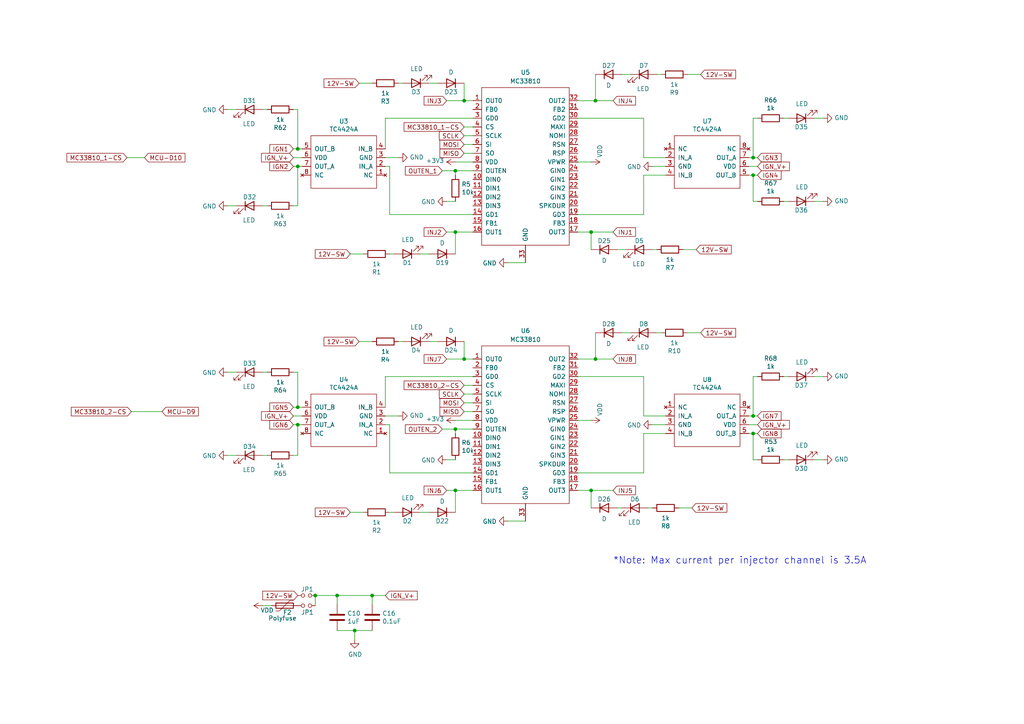
<source format=kicad_sch>
(kicad_sch (version 20230121) (generator eeschema)
  (paper "A4")
  (lib_symbols
    (symbol "AeonLabs_Automotive:MC33810" (pin_names (offset 1.016))
      (property "Reference" "U6" (at -12.7 41.021 0))
      (property "Value" "MC33810" (at -12.7 38.7096 0))
      (symbol "MC33810_0_0"
        (pin power_in line (at -12.7 -13.97 90) (length 5.08) (name "GND") (number "33"))
      )
      (symbol "MC33810_0_1"
        (rectangle (start -25.4 36.83) (end 0 -8.89))
      )
      (symbol "MC33810_1_1"
        (pin output line (at -27.94 33.02 0) (length 2.54) (name "OUT0") (number "1"))
        (pin input line (at -27.94 10.16 0) (length 2.54) (name "DIN0") (number "10"))
        (pin input line (at -27.94 7.62 0) (length 2.54) (name "DIN1") (number "11"))
        (pin input line (at -27.94 5.08 0) (length 2.54) (name "DIN2") (number "12"))
        (pin input line (at -27.94 2.54 0) (length 2.54) (name "DIN3") (number "13"))
        (pin output line (at -27.94 0 0) (length 2.54) (name "GD1") (number "14"))
        (pin input line (at -27.94 -2.54 0) (length 2.54) (name "FB1") (number "15"))
        (pin output line (at -27.94 -5.08 0) (length 2.54) (name "OUT1") (number "16"))
        (pin output line (at 2.54 -5.08 180) (length 2.54) (name "OUT3") (number "17"))
        (pin input line (at 2.54 -2.54 180) (length 2.54) (name "FB3") (number "18"))
        (pin output line (at 2.54 0 180) (length 2.54) (name "GD3") (number "19"))
        (pin input line (at -27.94 30.48 0) (length 2.54) (name "FB0") (number "2"))
        (pin output line (at 2.54 2.54 180) (length 2.54) (name "SPKDUR") (number "20"))
        (pin input line (at 2.54 5.08 180) (length 2.54) (name "GIN3") (number "21"))
        (pin input line (at 2.54 7.62 180) (length 2.54) (name "GIN2") (number "22"))
        (pin input line (at 2.54 10.16 180) (length 2.54) (name "GIN1") (number "23"))
        (pin input line (at 2.54 12.7 180) (length 2.54) (name "GIN0") (number "24"))
        (pin power_in line (at 2.54 15.24 180) (length 2.54) (name "VPWR") (number "25"))
        (pin input line (at 2.54 17.78 180) (length 2.54) (name "RSP") (number "26"))
        (pin input line (at 2.54 20.32 180) (length 2.54) (name "RSN") (number "27"))
        (pin output line (at 2.54 22.86 180) (length 2.54) (name "NOMI") (number "28"))
        (pin output line (at 2.54 25.4 180) (length 2.54) (name "MAXI") (number "29"))
        (pin output line (at -27.94 27.94 0) (length 2.54) (name "GD0") (number "3"))
        (pin output line (at 2.54 27.94 180) (length 2.54) (name "GD2") (number "30"))
        (pin input line (at 2.54 30.48 180) (length 2.54) (name "FB2") (number "31"))
        (pin output line (at 2.54 33.02 180) (length 2.54) (name "OUT2") (number "32"))
        (pin input line (at -27.94 25.4 0) (length 2.54) (name "CS") (number "4"))
        (pin input line (at -27.94 22.86 0) (length 2.54) (name "SCLK") (number "5"))
        (pin input line (at -27.94 20.32 0) (length 2.54) (name "SI") (number "6"))
        (pin output line (at -27.94 17.78 0) (length 2.54) (name "SO") (number "7"))
        (pin input line (at -27.94 15.24 0) (length 2.54) (name "VDD") (number "8"))
        (pin input line (at -27.94 12.7 0) (length 2.54) (name "OUTEN") (number "9"))
      )
    )
    (symbol "Device:C" (pin_numbers hide) (pin_names (offset 0.254))
      (property "Reference" "C" (at 0.635 2.54 0))
      (property "Value" "C" (at 0.635 -2.54 0))
      (symbol "C_0_1"
        (polyline (pts (xy -2.032 -0.762) (xy 2.032 -0.762)) (stroke (width 0.508)))
        (polyline (pts (xy -2.032 0.762) (xy 2.032 0.762)) (stroke (width 0.508)))
      )
      (symbol "C_1_1"
        (pin passive line (at 0 3.81 270) (length 2.794) (name "~") (number "1"))
        (pin passive line (at 0 -3.81 90) (length 2.794) (name "~") (number "2"))
      )
    )
    (symbol "Device:D" (pin_numbers hide) (pin_names (offset 1.016) hide)
      (property "Reference" "D" (at 0 2.54 0))
      (property "Value" "D" (at 0 -2.54 0))
      (symbol "D_0_1"
        (polyline (pts (xy -1.27 1.27) (xy -1.27 -1.27)) (stroke (width 0.254)))
        (polyline (pts (xy 1.27 0) (xy -1.27 0)))
        (polyline (pts (xy 1.27 1.27) (xy 1.27 -1.27) (xy -1.27 0) (xy 1.27 1.27)) (stroke (width 0.254)))
      )
      (symbol "D_1_1"
        (pin passive line (at -3.81 0 0) (length 2.54) (name "K") (number "1"))
        (pin passive line (at 3.81 0 180) (length 2.54) (name "A") (number "2"))
      )
    )
    (symbol "Device:Jumper_NO_Small" (pin_numbers hide) (pin_names (offset 0.762) hide)
      (property "Reference" "JP" (at 0 2.032 0))
      (property "Value" "Device_Jumper_NO_Small" (at 0.254 -1.524 0))
      (symbol "Jumper_NO_Small_0_1"
        (circle (center -1.016 0) (radius 0.508))
        (circle (center 1.016 0) (radius 0.508))
        (pin passive line (at -2.54 0 0) (length 1.016) (name "1") (number "1"))
        (pin passive line (at 2.54 0 180) (length 1.016) (name "2") (number "2"))
      )
    )
    (symbol "Device:LED" (pin_numbers hide) (pin_names (offset 1.016) hide)
      (property "Reference" "D" (at 0 2.54 0))
      (property "Value" "LED" (at 0 -2.54 0))
      (symbol "LED_0_1"
        (polyline (pts (xy -1.27 -1.27) (xy -1.27 1.27)) (stroke (width 0.254)))
        (polyline (pts (xy -1.27 0) (xy 1.27 0)))
        (polyline (pts (xy 1.27 -1.27) (xy 1.27 1.27) (xy -1.27 0) (xy 1.27 -1.27)) (stroke (width 0.254)))
        (polyline (pts (xy -3.048 -0.762) (xy -4.572 -2.286) (xy -3.81 -2.286) (xy -4.572 -2.286) (xy -4.572 -1.524)))
        (polyline (pts (xy -1.778 -0.762) (xy -3.302 -2.286) (xy -2.54 -2.286) (xy -3.302 -2.286) (xy -3.302 -1.524)))
      )
      (symbol "LED_1_1"
        (pin passive line (at -3.81 0 0) (length 2.54) (name "K") (number "1"))
        (pin passive line (at 3.81 0 180) (length 2.54) (name "A") (number "2"))
      )
    )
    (symbol "Device:Polyfuse" (pin_numbers hide) (pin_names (offset 0))
      (property "Reference" "F" (at -2.54 0 90))
      (property "Value" "Polyfuse" (at 2.54 0 90))
      (symbol "Polyfuse_0_1"
        (rectangle (start -0.762 2.54) (end 0.762 -2.54) (stroke (width 0.254)))
        (polyline (pts (xy 0 2.54) (xy 0 -2.54)))
        (polyline (pts (xy -1.524 2.54) (xy -1.524 1.524) (xy 1.524 -1.524) (xy 1.524 -2.54)))
      )
      (symbol "Polyfuse_1_1"
        (pin passive line (at 0 3.81 270) (length 1.27) (name "~") (number "1"))
        (pin passive line (at 0 -3.81 90) (length 1.27) (name "~") (number "2"))
      )
    )
    (symbol "Device:R" (pin_numbers hide) (pin_names (offset 0))
      (property "Reference" "R" (at 2.032 0 90))
      (property "Value" "R" (at 0 0 90))
      (symbol "R_0_1"
        (rectangle (start -1.016 -2.54) (end 1.016 2.54) (stroke (width 0.254)))
      )
      (symbol "R_1_1"
        (pin passive line (at 0 3.81 270) (length 1.27) (name "~") (number "1"))
        (pin passive line (at 0 -3.81 90) (length 1.27) (name "~") (number "2"))
      )
    )
    (symbol "IC_Automotive:TC4424A" (pin_names (offset 1.016))
      (property "Reference" "U" (at -7.62 38.1 0))
      (property "Value" "TC4424A" (at -15.24 38.1 0))
      (symbol "TC4424A_0_1"
        (rectangle (start -25.4 36.83) (end -6.35 21.59))
      )
      (symbol "TC4424A_1_1"
        (pin no_connect line (at -27.94 33.02 0) (length 2.54) (name "NC") (number "1"))
        (pin input line (at -27.94 30.48 0) (length 2.54) (name "IN_A") (number "2"))
        (pin power_in line (at -27.94 27.94 0) (length 2.54) (name "GND") (number "3"))
        (pin input line (at -27.94 25.4 0) (length 2.54) (name "IN_B") (number "4"))
        (pin input line (at -3.81 25.4 180) (length 2.54) (name "OUT_B") (number "5"))
        (pin power_in line (at -3.81 27.94 180) (length 2.54) (name "VDD") (number "6"))
        (pin output line (at -3.81 30.48 180) (length 2.54) (name "OUT_A") (number "7"))
        (pin no_connect line (at -3.81 33.02 180) (length 2.54) (name "NC") (number "8"))
      )
    )
    (symbol "power:+3V3" (power) (pin_names (offset 0))
      (property "Value" "+3V3" (at 0 3.556 0))
      (symbol "+3V3_0_1"
        (polyline (pts (xy -0.762 1.27) (xy 0 2.54)))
        (polyline (pts (xy 0 0) (xy 0 2.54)))
        (polyline (pts (xy 0 2.54) (xy 0.762 1.27)))
      )
      (symbol "+3V3_1_1"
        (pin power_in line (at 0 0 90) (length 0) hide (name "+3V3") (number "1"))
      )
    )
    (symbol "power:GND" (power) (pin_names (offset 0))
      (property "Value" "GND" (at 0 -3.81 0))
      (symbol "GND_0_1"
        (polyline (pts (xy 0 0) (xy 0 -1.27) (xy 1.27 -1.27) (xy 0 -2.54) (xy -1.27 -1.27) (xy 0 -1.27)))
      )
      (symbol "GND_1_1"
        (pin power_in line (at 0 0 270) (length 0) hide (name "GND") (number "1"))
      )
    )
    (symbol "power:VDD" (power) (pin_names (offset 0))
      (property "Value" "VDD" (at 0 3.81 0))
      (symbol "VDD_0_1"
        (polyline (pts (xy -0.762 1.27) (xy 0 2.54)))
        (polyline (pts (xy 0 0) (xy 0 2.54)))
        (polyline (pts (xy 0 2.54) (xy 0.762 1.27)))
      )
      (symbol "VDD_1_1"
        (pin power_in line (at 0 0 90) (length 0) hide (name "VDD") (number "1"))
      )
    )
  )
  (junction (at 218.44 50.8))
  (junction (at 132.08 142.24))
  (junction (at 134.62 104.14))
  (junction (at 97.79 172.72))
  (junction (at 134.62 29.21))
  (junction (at 91.44 172.72))
  (junction (at 218.44 45.72))
  (junction (at 86.36 118.11))
  (junction (at 171.45 67.31))
  (junction (at 86.36 48.26))
  (junction (at 86.36 123.19))
  (junction (at 218.44 120.65))
  (junction (at 102.87 182.88))
  (junction (at 107.95 172.72))
  (junction (at 132.08 49.53))
  (junction (at 132.08 67.31))
  (junction (at 86.36 43.18))
  (junction (at 172.72 29.21))
  (junction (at 171.45 142.24))
  (junction (at 172.72 104.14))
  (junction (at 218.44 125.73))
  (junction (at 132.08 124.46))
  (wire (pts (xy 86.36 132.08) (xy 86.36 123.19)))
  (wire (pts (xy 186.69 45.72) (xy 186.69 34.29)))
  (wire (pts (xy 227.33 133.35) (xy 228.6 133.35)))
  (wire (pts (xy 218.44 45.72) (xy 217.17 45.72)))
  (wire (pts (xy 85.09 48.26) (xy 86.36 48.26)))
  (wire (pts (xy 218.44 109.22) (xy 219.71 109.22)))
  (wire (pts (xy 132.08 142.24) (xy 137.16 142.24)))
  (wire (pts (xy 121.92 73.66) (xy 124.46 73.66)))
  (wire (pts (xy 113.03 62.23) (xy 137.16 62.23)))
  (wire (pts (xy 113.03 137.16) (xy 137.16 137.16)))
  (wire (pts (xy 46.99 119.38) (xy 38.1 119.38)))
  (wire (pts (xy 218.44 34.29) (xy 218.44 45.72)))
  (wire (pts (xy 132.08 73.66) (xy 132.08 67.31)))
  (wire (pts (xy 227.33 34.29) (xy 228.6 34.29)))
  (wire (pts (xy 238.76 58.42) (xy 236.22 58.42)))
  (wire (pts (xy 77.47 132.08) (xy 76.2 132.08)))
  (wire (pts (xy 134.62 114.3) (xy 137.16 114.3)))
  (wire (pts (xy 86.36 59.69) (xy 85.09 59.69)))
  (wire (pts (xy 134.62 99.06) (xy 134.62 104.14)))
  (wire (pts (xy 127 24.13) (xy 124.46 24.13)))
  (wire (pts (xy 128.27 49.53) (xy 132.08 49.53)))
  (wire (pts (xy 66.04 107.95) (xy 68.58 107.95)))
  (wire (pts (xy 193.04 45.72) (xy 186.69 45.72)))
  (wire (pts (xy 218.44 109.22) (xy 218.44 120.65)))
  (wire (pts (xy 218.44 125.73) (xy 219.71 125.73)))
  (wire (pts (xy 227.33 58.42) (xy 228.6 58.42)))
  (wire (pts (xy 129.54 142.24) (xy 132.08 142.24)))
  (wire (pts (xy 171.45 72.39) (xy 171.45 67.31)))
  (wire (pts (xy 134.62 111.76) (xy 137.16 111.76)))
  (wire (pts (xy 218.44 133.35) (xy 219.71 133.35)))
  (wire (pts (xy 186.69 120.65) (xy 186.69 109.22)))
  (wire (pts (xy 171.45 67.31) (xy 167.64 67.31)))
  (wire (pts (xy 186.69 34.29) (xy 167.64 34.29)))
  (wire (pts (xy 218.44 58.42) (xy 218.44 50.8)))
  (wire (pts (xy 191.77 21.59) (xy 190.5 21.59)))
  (wire (pts (xy 111.76 34.29) (xy 111.76 43.18)))
  (wire (pts (xy 115.57 45.72) (xy 111.76 45.72)))
  (wire (pts (xy 171.45 46.99) (xy 167.64 46.99)))
  (wire (pts (xy 134.62 29.21) (xy 137.16 29.21)))
  (wire (pts (xy 113.03 148.59) (xy 114.3 148.59)))
  (wire (pts (xy 86.36 31.75) (xy 85.09 31.75)))
  (wire (pts (xy 171.45 121.92) (xy 167.64 121.92)))
  (wire (pts (xy 85.09 123.19) (xy 86.36 123.19)))
  (wire (pts (xy 193.04 125.73) (xy 186.69 125.73)))
  (wire (pts (xy 203.2 96.52) (xy 199.39 96.52)))
  (wire (pts (xy 86.36 118.11) (xy 87.63 118.11)))
  (wire (pts (xy 115.57 120.65) (xy 111.76 120.65)))
  (wire (pts (xy 189.23 48.26) (xy 193.04 48.26)))
  (wire (pts (xy 134.62 104.14) (xy 137.16 104.14)))
  (wire (pts (xy 107.95 182.88) (xy 102.87 182.88)))
  (wire (pts (xy 193.04 120.65) (xy 186.69 120.65)))
  (wire (pts (xy 91.44 172.72) (xy 91.44 175.6664)))
  (wire (pts (xy 201.93 72.39) (xy 198.12 72.39)))
  (wire (pts (xy 132.08 148.59) (xy 132.08 142.24)))
  (wire (pts (xy 86.36 132.08) (xy 85.09 132.08)))
  (wire (pts (xy 167.64 104.14) (xy 172.72 104.14)))
  (wire (pts (xy 186.69 109.22) (xy 167.64 109.22)))
  (wire (pts (xy 77.47 31.75) (xy 76.2 31.75)))
  (wire (pts (xy 172.72 29.21) (xy 177.8 29.21)))
  (wire (pts (xy 238.76 109.22) (xy 236.22 109.22)))
  (wire (pts (xy 36.83 45.72) (xy 41.91 45.72)))
  (wire (pts (xy 134.62 116.84) (xy 137.16 116.84)))
  (wire (pts (xy 186.69 62.23) (xy 167.64 62.23)))
  (wire (pts (xy 129.54 67.31) (xy 132.08 67.31)))
  (wire (pts (xy 171.45 142.24) (xy 167.64 142.24)))
  (wire (pts (xy 132.08 124.46) (xy 137.16 124.46)))
  (wire (pts (xy 97.79 175.26) (xy 97.79 172.72)))
  (wire (pts (xy 180.34 21.59) (xy 182.88 21.59)))
  (wire (pts (xy 137.16 34.29) (xy 111.76 34.29)))
  (wire (pts (xy 218.44 125.73) (xy 218.44 133.35)))
  (wire (pts (xy 101.6 148.59) (xy 105.41 148.59)))
  (wire (pts (xy 218.44 58.42) (xy 219.71 58.42)))
  (wire (pts (xy 86.36 48.26) (xy 87.63 48.26)))
  (wire (pts (xy 111.76 172.72) (xy 107.95 172.72)))
  (wire (pts (xy 186.69 125.73) (xy 186.69 137.16)))
  (wire (pts (xy 167.64 29.21) (xy 172.72 29.21)))
  (wire (pts (xy 191.77 96.52) (xy 190.5 96.52)))
  (wire (pts (xy 85.09 45.72) (xy 87.63 45.72)))
  (wire (pts (xy 172.72 21.59) (xy 172.72 29.21)))
  (wire (pts (xy 189.23 147.32) (xy 187.96 147.32)))
  (wire (pts (xy 107.95 172.72) (xy 97.79 172.72)))
  (wire (pts (xy 219.71 48.26) (xy 217.17 48.26)))
  (wire (pts (xy 134.62 44.45) (xy 137.16 44.45)))
  (wire (pts (xy 172.72 104.14) (xy 177.8 104.14)))
  (wire (pts (xy 76.2 175.6664) (xy 78.74 175.6664)))
  (wire (pts (xy 101.6 73.66) (xy 105.41 73.66)))
  (wire (pts (xy 172.72 96.52) (xy 172.72 104.14)))
  (wire (pts (xy 132.08 49.53) (xy 137.16 49.53)))
  (wire (pts (xy 218.44 50.8) (xy 219.71 50.8)))
  (wire (pts (xy 218.44 120.65) (xy 217.17 120.65)))
  (wire (pts (xy 86.36 59.69) (xy 86.36 48.26)))
  (wire (pts (xy 111.76 123.19) (xy 113.03 123.19)))
  (wire (pts (xy 86.36 31.75) (xy 86.36 43.18)))
  (wire (pts (xy 102.87 185.42) (xy 102.87 182.88)))
  (wire (pts (xy 179.07 72.39) (xy 181.61 72.39)))
  (wire (pts (xy 132.08 125.73) (xy 132.08 124.46)))
  (wire (pts (xy 193.04 50.8) (xy 186.69 50.8)))
  (wire (pts (xy 104.14 24.13) (xy 107.95 24.13)))
  (wire (pts (xy 77.47 107.95) (xy 76.2 107.95)))
  (wire (pts (xy 134.62 41.91) (xy 137.16 41.91)))
  (wire (pts (xy 129.54 133.35) (xy 132.08 133.35)))
  (wire (pts (xy 85.09 43.18) (xy 86.36 43.18)))
  (wire (pts (xy 113.03 123.19) (xy 113.03 137.16)))
  (wire (pts (xy 132.08 46.99) (xy 137.16 46.99)))
  (wire (pts (xy 217.17 50.8) (xy 218.44 50.8)))
  (wire (pts (xy 85.09 118.11) (xy 86.36 118.11)))
  (wire (pts (xy 66.04 132.08) (xy 68.58 132.08)))
  (wire (pts (xy 238.76 34.29) (xy 236.22 34.29)))
  (wire (pts (xy 219.71 45.72) (xy 218.44 45.72)))
  (wire (pts (xy 177.8 142.24) (xy 171.45 142.24)))
  (wire (pts (xy 134.62 39.37) (xy 137.16 39.37)))
  (wire (pts (xy 238.76 133.35) (xy 236.22 133.35)))
  (wire (pts (xy 186.69 50.8) (xy 186.69 62.23)))
  (wire (pts (xy 218.44 34.29) (xy 219.71 34.29)))
  (wire (pts (xy 86.36 123.19) (xy 87.63 123.19)))
  (wire (pts (xy 128.27 124.46) (xy 132.08 124.46)))
  (wire (pts (xy 129.54 58.42) (xy 132.08 58.42)))
  (wire (pts (xy 179.07 147.32) (xy 180.34 147.32)))
  (wire (pts (xy 227.33 109.22) (xy 228.6 109.22)))
  (wire (pts (xy 66.04 31.75) (xy 68.58 31.75)))
  (wire (pts (xy 97.79 172.72) (xy 91.44 172.72)))
  (wire (pts (xy 86.36 107.95) (xy 86.36 118.11)))
  (wire (pts (xy 132.08 121.92) (xy 137.16 121.92)))
  (wire (pts (xy 200.66 147.32) (xy 196.85 147.32)))
  (wire (pts (xy 111.76 109.22) (xy 111.76 118.11)))
  (wire (pts (xy 134.62 119.38) (xy 137.16 119.38)))
  (wire (pts (xy 104.14 99.06) (xy 107.95 99.06)))
  (wire (pts (xy 132.08 67.31) (xy 137.16 67.31)))
  (wire (pts (xy 147.32 76.2) (xy 152.4 76.2)))
  (wire (pts (xy 115.57 24.13) (xy 116.84 24.13)))
  (wire (pts (xy 129.54 104.14) (xy 134.62 104.14)))
  (wire (pts (xy 113.03 73.66) (xy 114.3 73.66)))
  (wire (pts (xy 113.03 48.26) (xy 111.76 48.26)))
  (wire (pts (xy 115.57 99.06) (xy 116.84 99.06)))
  (wire (pts (xy 180.34 96.52) (xy 182.88 96.52)))
  (wire (pts (xy 217.17 125.73) (xy 218.44 125.73)))
  (wire (pts (xy 85.09 120.65) (xy 87.63 120.65)))
  (wire (pts (xy 219.71 123.19) (xy 217.17 123.19)))
  (wire (pts (xy 171.45 147.32) (xy 171.45 142.24)))
  (wire (pts (xy 124.46 148.59) (xy 121.92 148.59)))
  (wire (pts (xy 77.47 59.69) (xy 76.2 59.69)))
  (wire (pts (xy 203.2 21.59) (xy 199.39 21.59)))
  (wire (pts (xy 86.36 107.95) (xy 85.09 107.95)))
  (wire (pts (xy 147.32 151.13) (xy 152.4 151.13)))
  (wire (pts (xy 86.36 43.18) (xy 87.63 43.18)))
  (wire (pts (xy 134.62 24.13) (xy 134.62 29.21)))
  (wire (pts (xy 129.54 29.21) (xy 134.62 29.21)))
  (wire (pts (xy 190.5 72.39) (xy 189.23 72.39)))
  (wire (pts (xy 66.04 59.69) (xy 68.58 59.69)))
  (wire (pts (xy 113.03 62.23) (xy 113.03 48.26)))
  (wire (pts (xy 177.8 67.31) (xy 171.45 67.31)))
  (wire (pts (xy 219.71 120.65) (xy 218.44 120.65)))
  (wire (pts (xy 186.69 137.16) (xy 167.64 137.16)))
  (wire (pts (xy 132.08 50.8) (xy 132.08 49.53)))
  (wire (pts (xy 124.46 99.06) (xy 127 99.06)))
  (wire (pts (xy 107.95 175.26) (xy 107.95 172.72)))
  (wire (pts (xy 137.16 109.22) (xy 111.76 109.22)))
  (wire (pts (xy 102.87 182.88) (xy 97.79 182.88)))
  (wire (pts (xy 189.23 123.19) (xy 193.04 123.19)))
  (wire (pts (xy 134.62 36.83) (xy 137.16 36.83)))
  (text "*Note: Max current per injector channel is 3.5A" (at 177.8 163.83 0) (effects (font (size 2.0066 2.0066)) (justify left bottom)))
  (global_label "IGN_V+" (shape input) (at 85.09 45.72 180) (property "Intersheetrefs" "${INTERSHEET_REFS}" (effects hide)))
  (global_label "SCLK" (shape input) (at 134.62 114.3 180) (property "Intersheetrefs" "${INTERSHEET_REFS}" (effects hide)))
  (global_label "IGN2" (shape input) (at 85.09 48.26 180) (property "Intersheetrefs" "${INTERSHEET_REFS}" (effects hide)))
  (global_label "12V-SW" (shape input) (at 104.14 99.06 180) (property "Intersheetrefs" "${INTERSHEET_REFS}" (effects hide)))
  (global_label "MISO" (shape input) (at 134.62 44.45 180) (property "Intersheetrefs" "${INTERSHEET_REFS}" (effects hide)))
  (global_label "INJ3" (shape input) (at 129.54 29.21 180) (property "Intersheetrefs" "${INTERSHEET_REFS}" (effects hide)))
  (global_label "IGN4" (shape input) (at 219.71 50.8 0) (property "Intersheetrefs" "${INTERSHEET_REFS}" (effects hide)))
  (global_label "INJ7" (shape input) (at 129.54 104.14 180) (property "Intersheetrefs" "${INTERSHEET_REFS}" (effects hide)))
  (global_label "IGN5" (shape input) (at 85.09 118.11 180) (property "Intersheetrefs" "${INTERSHEET_REFS}" (effects hide)))
  (global_label "12V-SW" (shape input) (at 86.36 172.72 180) (property "Intersheetrefs" "${INTERSHEET_REFS}" (effects hide)))
  (global_label "SCLK" (shape input) (at 134.62 39.37 180) (property "Intersheetrefs" "${INTERSHEET_REFS}" (effects hide)))
  (global_label "IGN_V+" (shape input) (at 85.09 120.65 180) (property "Intersheetrefs" "${INTERSHEET_REFS}" (effects hide)))
  (global_label "IGN6" (shape input) (at 85.09 123.19 180) (property "Intersheetrefs" "${INTERSHEET_REFS}" (effects hide)))
  (global_label "IGN8" (shape input) (at 219.71 125.73 0) (property "Intersheetrefs" "${INTERSHEET_REFS}" (effects hide)))
  (global_label "IGN_V+" (shape input) (at 219.71 123.19 0) (property "Intersheetrefs" "${INTERSHEET_REFS}" (effects hide)))
  (global_label "MCU-D9" (shape input) (at 46.99 119.38 0) (property "Intersheetrefs" "${INTERSHEET_REFS}" (effects hide)))
  (global_label "INJ8" (shape input) (at 177.8 104.14 0) (property "Intersheetrefs" "${INTERSHEET_REFS}" (effects hide)))
  (global_label "MOSI" (shape input) (at 134.62 116.84 180) (property "Intersheetrefs" "${INTERSHEET_REFS}" (effects hide)))
  (global_label "INJ4" (shape input) (at 177.8 29.21 0) (property "Intersheetrefs" "${INTERSHEET_REFS}" (effects hide)))
  (global_label "IGN3" (shape input) (at 219.71 45.72 0) (property "Intersheetrefs" "${INTERSHEET_REFS}" (effects hide)))
  (global_label "MISO" (shape input) (at 134.62 119.38 180) (property "Intersheetrefs" "${INTERSHEET_REFS}" (effects hide)))
  (global_label "OUTEN_1" (shape input) (at 128.27 49.53 180) (property "Intersheetrefs" "${INTERSHEET_REFS}" (effects hide)))
  (global_label "12V-SW" (shape input) (at 203.2 96.52 0) (property "Intersheetrefs" "${INTERSHEET_REFS}" (effects hide)))
  (global_label "12V-SW" (shape input) (at 101.6 73.66 180) (property "Intersheetrefs" "${INTERSHEET_REFS}" (effects hide)))
  (global_label "INJ6" (shape input) (at 129.54 142.24 180) (property "Intersheetrefs" "${INTERSHEET_REFS}" (effects hide)))
  (global_label "OUTEN_2" (shape input) (at 128.27 124.46 180) (property "Intersheetrefs" "${INTERSHEET_REFS}" (effects hide)))
  (global_label "IGN7" (shape input) (at 219.71 120.65 0) (property "Intersheetrefs" "${INTERSHEET_REFS}" (effects hide)))
  (global_label "INJ2" (shape input) (at 129.54 67.31 180) (property "Intersheetrefs" "${INTERSHEET_REFS}" (effects hide)))
  (global_label "MC33810_1-CS" (shape input) (at 134.62 36.83 180) (property "Intersheetrefs" "${INTERSHEET_REFS}" (effects hide)))
  (global_label "MOSI" (shape input) (at 134.62 41.91 180) (property "Intersheetrefs" "${INTERSHEET_REFS}" (effects hide)))
  (global_label "MCU-D10" (shape input) (at 41.91 45.72 0) (property "Intersheetrefs" "${INTERSHEET_REFS}" (effects hide)))
  (global_label "INJ5" (shape input) (at 177.8 142.24 0) (property "Intersheetrefs" "${INTERSHEET_REFS}" (effects hide)))
  (global_label "IGN1" (shape input) (at 85.09 43.18 180) (property "Intersheetrefs" "${INTERSHEET_REFS}" (effects hide)))
  (global_label "IGN_V+" (shape input) (at 111.76 172.72 0) (property "Intersheetrefs" "${INTERSHEET_REFS}" (effects hide)))
  (global_label "MC33810_1-CS" (shape input) (at 36.83 45.72 180) (property "Intersheetrefs" "${INTERSHEET_REFS}" (effects hide)))
  (global_label "12V-SW" (shape input) (at 101.6 148.59 180) (property "Intersheetrefs" "${INTERSHEET_REFS}" (effects hide)))
  (global_label "INJ1" (shape input) (at 177.8 67.31 0) (property "Intersheetrefs" "${INTERSHEET_REFS}" (effects hide)))
  (global_label "12V-SW" (shape input) (at 104.14 24.13 180) (property "Intersheetrefs" "${INTERSHEET_REFS}" (effects hide)))
  (global_label "IGN_V+" (shape input) (at 219.71 48.26 0) (property "Intersheetrefs" "${INTERSHEET_REFS}" (effects hide)))
  (global_label "12V-SW" (shape input) (at 203.2 21.59 0) (property "Intersheetrefs" "${INTERSHEET_REFS}" (effects hide)))
  (global_label "12V-SW" (shape input) (at 200.66 147.32 0) (property "Intersheetrefs" "${INTERSHEET_REFS}" (effects hide)))
  (global_label "MC33810_2-CS" (shape input) (at 38.1 119.38 180) (property "Intersheetrefs" "${INTERSHEET_REFS}" (effects hide)))
  (global_label "12V-SW" (shape input) (at 201.93 72.39 0) (property "Intersheetrefs" "${INTERSHEET_REFS}" (effects hide)))
  (global_label "MC33810_2-CS" (shape input) (at 134.62 111.76 180) (property "Intersheetrefs" "${INTERSHEET_REFS}" (effects hide)))
  (symbol (lib_id "Device:LED") (at 118.11 73.66 180) (unit 1)
    (property "Reference" "D1" (at 118.11 76.2 0))
    (property "Value" "LED" (at 118.2878 69.4944 0))
    (property "Footprint" "LED_SMD:LED_0805_2012Metric" (effects hide))
    (property "Digikey Part Number" "475-1415-1-ND" (effects hide))
    (property "Manufacturer_Name" "OSRAM" (effects hide))
    (property "Manufacturer_Part_Number" "LH R974-LP-1" (effects hide))
    (property "URL" "https://www.digikey.com/product-detail/en/osram-opto-semiconductors-inc/LH-R974-LP-1/475-1415-1-ND/1802604" (effects hide))
  )
  (symbol (lib_id "Device:LED") (at 120.65 24.13 180) (unit 1)
    (property "Reference" "D3" (at 120.65 26.67 0))
    (property "Value" "LED" (at 120.8278 19.9644 0))
    (property "Footprint" "LED_SMD:LED_0805_2012Metric" (effects hide))
    (property "Digikey Part Number" "475-1415-1-ND" (effects hide))
    (property "Manufacturer_Name" "OSRAM" (effects hide))
    (property "Manufacturer_Part_Number" "LH R974-LP-1" (effects hide))
    (property "URL" "https://www.digikey.com/product-detail/en/osram-opto-semiconductors-inc/LH-R974-LP-1/475-1415-1-ND/1802604" (effects hide))
  )
  (symbol (lib_id "Device:LED") (at 186.69 21.59 0) (unit 1)
    (property "Reference" "D7" (at 186.69 19.05 0))
    (property "Value" "LED" (at 186.5122 25.7556 0))
    (property "Footprint" "LED_SMD:LED_0805_2012Metric" (effects hide))
    (property "Digikey Part Number" "475-1415-1-ND" (effects hide))
    (property "Manufacturer_Name" "OSRAM" (effects hide))
    (property "Manufacturer_Part_Number" "LH R974-LP-1" (effects hide))
    (property "URL" "https://www.digikey.com/product-detail/en/osram-opto-semiconductors-inc/LH-R974-LP-1/475-1415-1-ND/1802604" (effects hide))
  )
  (symbol (lib_id "Device:R") (at 194.31 72.39 90) (unit 1)
    (property "Reference" "R7" (at 194.31 77.6478 90))
    (property "Value" "1k" (at 194.31 75.3364 90))
    (property "Footprint" "Resistor_SMD:R_0805_2012Metric" (effects hide))
    (property "Digikey Part Number" "311-1.00KCRCT-ND" (effects hide))
    (property "Manufacturer_Name" "Yageo" (effects hide))
    (property "Manufacturer_Part_Number" "RC0805FR-071KL" (effects hide))
    (property "URL" "https://www.digikey.com/product-detail/en/yageo/RC0805FR-071KL/311-1.00KCRCT-ND/730391" (effects hide))
  )
  (symbol (lib_id "Device:LED") (at 185.42 72.39 0) (unit 1)
    (property "Reference" "D5" (at 185.42 69.85 0))
    (property "Value" "LED" (at 185.2422 76.5556 0))
    (property "Footprint" "LED_SMD:LED_0805_2012Metric" (effects hide))
    (property "Digikey Part Number" "475-1415-1-ND" (effects hide))
    (property "Manufacturer_Name" "OSRAM" (effects hide))
    (property "Manufacturer_Part_Number" "LH R974-LP-1" (effects hide))
    (property "URL" "https://www.digikey.com/product-detail/en/osram-opto-semiconductors-inc/LH-R974-LP-1/475-1415-1-ND/1802604" (effects hide))
  )
  (symbol (lib_id "IC_Automotive:TC4424A") (at 220.98 76.2 0) (unit 1)
    (property "Reference" "U7" (at 205.105 35.179 0))
    (property "Value" "TC4424A" (at 205.105 37.4904 0))
    (property "Footprint" "Package_SO:SOIC-8_3.9x4.9mm_P1.27mm" (effects hide))
    (property "Digikey Part Number" "TC4424AVOA-ND" (effects hide))
    (property "Manufacturer_Name" "Microchip" (effects hide))
    (property "Manufacturer_Part_Number" "TC4424AVOA" (effects hide))
    (property "URL" "https://www.digikey.com/product-detail/en/microchip-technology/TC4424AVOA/TC4424AVOA-ND/1098908" (effects hide))
  )
  (symbol (lib_id "power:GND") (at 189.23 48.26 270) (unit 1)
    (property "Reference" "#PWR0101" (effects hide))
    (property "Value" "GND" (at 185.9788 48.387 90) (effects (justify right)))
  )
  (symbol (lib_id "IC_Automotive:TC4424A") (at 83.82 17.78 180) (unit 1)
    (property "Reference" "U3" (at 99.695 35.179 0))
    (property "Value" "TC4424A" (at 99.695 37.4904 0))
    (property "Footprint" "Package_SO:SOIC-8_3.9x4.9mm_P1.27mm" (effects hide))
    (property "Digikey Part Number" "TC4424AVOA-ND" (effects hide))
    (property "Manufacturer_Name" "Microchip" (effects hide))
    (property "Manufacturer_Part_Number" "TC4424AVOA" (effects hide))
    (property "URL" "https://www.digikey.com/product-detail/en/microchip-technology/TC4424AVOA/TC4424AVOA-ND/1098908" (effects hide))
  )
  (symbol (lib_id "power:GND") (at 115.57 45.72 90) (unit 1)
    (property "Reference" "#PWR0102" (effects hide))
    (property "Value" "GND" (at 118.8212 45.593 90) (effects (justify right)))
  )
  (symbol (lib_id "power:+3V3") (at 132.08 46.99 90) (unit 1)
    (property "Reference" "#PWR0103" (effects hide))
    (property "Value" "+3V3" (at 128.8288 46.609 90) (effects (justify left)))
  )
  (symbol (lib_id "Device:R") (at 132.08 54.61 0) (unit 1)
    (property "Reference" "R5" (at 133.858 53.4416 0) (effects (justify left)))
    (property "Value" "10k" (at 133.858 55.753 0) (effects (justify left)))
    (property "Footprint" "Resistor_SMD:R_0805_2012Metric" (effects hide))
    (property "Digikey Part Number" "311-10KARCT-ND" (effects hide))
    (property "Manufacturer_Name" "Yageo" (effects hide))
    (property "Manufacturer_Part_Number" "RC0805JR-0710KL" (effects hide))
    (property "URL" "https://www.digikey.com/product-detail/en/yageo/RC0805JR-0710KL/311-10KARCT-ND/731188" (effects hide))
  )
  (symbol (lib_id "power:GND") (at 129.54 58.42 270) (unit 1)
    (property "Reference" "#PWR0105" (effects hide))
    (property "Value" "GND" (at 126.2888 58.547 90) (effects (justify right)))
  )
  (symbol (lib_id "power:GND") (at 147.32 76.2 270) (unit 1)
    (property "Reference" "#PWR0106" (effects hide))
    (property "Value" "GND" (at 144.0688 76.327 90) (effects (justify right)))
  )
  (symbol (lib_id "Device:LED") (at 118.11 148.59 180) (unit 1)
    (property "Reference" "D2" (at 118.11 151.13 0))
    (property "Value" "LED" (at 118.2878 144.4244 0))
    (property "Footprint" "LED_SMD:LED_0805_2012Metric" (effects hide))
    (property "Digikey Part Number" "475-1415-1-ND" (effects hide))
    (property "Manufacturer_Name" "OSRAM" (effects hide))
    (property "Manufacturer_Part_Number" "LH R974-LP-1" (effects hide))
    (property "URL" "https://www.digikey.com/product-detail/en/osram-opto-semiconductors-inc/LH-R974-LP-1/475-1415-1-ND/1802604" (effects hide))
  )
  (symbol (lib_id "Device:LED") (at 120.65 99.06 180) (unit 1)
    (property "Reference" "D4" (at 120.65 101.6 0))
    (property "Value" "LED" (at 120.8278 94.8944 0))
    (property "Footprint" "LED_SMD:LED_0805_2012Metric" (effects hide))
    (property "Digikey Part Number" "475-1415-1-ND" (effects hide))
    (property "Manufacturer_Name" "OSRAM" (effects hide))
    (property "Manufacturer_Part_Number" "LH R974-LP-1" (effects hide))
    (property "URL" "https://www.digikey.com/product-detail/en/osram-opto-semiconductors-inc/LH-R974-LP-1/475-1415-1-ND/1802604" (effects hide))
  )
  (symbol (lib_id "Device:LED") (at 186.69 96.52 0) (unit 1)
    (property "Reference" "D8" (at 186.69 93.98 0))
    (property "Value" "LED" (at 186.5122 100.6856 0))
    (property "Footprint" "LED_SMD:LED_0805_2012Metric" (effects hide))
    (property "Digikey Part Number" "475-1415-1-ND" (effects hide))
    (property "Manufacturer_Name" "OSRAM" (effects hide))
    (property "Manufacturer_Part_Number" "LH R974-LP-1" (effects hide))
    (property "URL" "https://www.digikey.com/product-detail/en/osram-opto-semiconductors-inc/LH-R974-LP-1/475-1415-1-ND/1802604" (effects hide))
  )
  (symbol (lib_id "Device:LED") (at 184.15 147.32 0) (unit 1)
    (property "Reference" "D6" (at 184.15 144.78 0))
    (property "Value" "LED" (at 183.9722 151.4856 0))
    (property "Footprint" "LED_SMD:LED_0805_2012Metric" (effects hide))
    (property "Digikey Part Number" "475-1415-1-ND" (effects hide))
    (property "Manufacturer_Name" "OSRAM" (effects hide))
    (property "Manufacturer_Part_Number" "LH R974-LP-1" (effects hide))
    (property "URL" "https://www.digikey.com/product-detail/en/osram-opto-semiconductors-inc/LH-R974-LP-1/475-1415-1-ND/1802604" (effects hide))
  )
  (symbol (lib_id "IC_Automotive:TC4424A") (at 220.98 151.13 0) (unit 1)
    (property "Reference" "U8" (at 205.105 110.109 0))
    (property "Value" "TC4424A" (at 205.105 112.4204 0))
    (property "Footprint" "Package_SO:SOIC-8_3.9x4.9mm_P1.27mm" (effects hide))
    (property "Digikey Part Number" "TC4424AVOA-ND" (effects hide))
    (property "Manufacturer_Name" "Microchip" (effects hide))
    (property "Manufacturer_Part_Number" "TC4424AVOA" (effects hide))
    (property "URL" "https://www.digikey.com/product-detail/en/microchip-technology/TC4424AVOA/TC4424AVOA-ND/1098908" (effects hide))
  )
  (symbol (lib_id "power:GND") (at 189.23 123.19 270) (unit 1)
    (property "Reference" "#PWR0107" (effects hide))
    (property "Value" "GND" (at 185.9788 123.317 90) (effects (justify right)))
  )
  (symbol (lib_id "IC_Automotive:TC4424A") (at 83.82 92.71 180) (unit 1)
    (property "Reference" "U4" (at 99.695 110.109 0))
    (property "Value" "TC4424A" (at 99.695 112.4204 0))
    (property "Footprint" "Package_SO:SOIC-8_3.9x4.9mm_P1.27mm" (effects hide))
    (property "Digikey Part Number" "TC4424AVOA-ND" (effects hide))
    (property "Manufacturer_Name" "Microchip" (effects hide))
    (property "Manufacturer_Part_Number" "TC4424AVOA" (effects hide))
    (property "URL" "https://www.digikey.com/product-detail/en/microchip-technology/TC4424AVOA/TC4424AVOA-ND/1098908" (effects hide))
  )
  (symbol (lib_id "power:GND") (at 115.57 120.65 90) (unit 1)
    (property "Reference" "#PWR0108" (effects hide))
    (property "Value" "GND" (at 118.8212 120.523 90) (effects (justify right)))
  )
  (symbol (lib_id "power:+3V3") (at 132.08 121.92 90) (unit 1)
    (property "Reference" "#PWR0109" (effects hide))
    (property "Value" "+3V3" (at 128.8288 121.539 90) (effects (justify left)))
  )
  (symbol (lib_id "Device:R") (at 132.08 129.54 0) (unit 1)
    (property "Reference" "R6" (at 133.858 128.3716 0) (effects (justify left)))
    (property "Value" "10k" (at 133.858 130.683 0) (effects (justify left)))
    (property "Footprint" "Resistor_SMD:R_0805_2012Metric" (effects hide))
    (property "Digikey Part Number" "311-10KARCT-ND" (effects hide))
    (property "Manufacturer_Name" "Yageo" (effects hide))
    (property "Manufacturer_Part_Number" "RC0805JR-0710KL" (effects hide))
    (property "URL" "https://www.digikey.com/product-detail/en/yageo/RC0805JR-0710KL/311-10KARCT-ND/731188" (effects hide))
  )
  (symbol (lib_id "power:GND") (at 129.54 133.35 270) (unit 1)
    (property "Reference" "#PWR0111" (effects hide))
    (property "Value" "GND" (at 126.2888 133.477 90) (effects (justify right)))
  )
  (symbol (lib_id "power:GND") (at 147.32 151.13 270) (unit 1)
    (property "Reference" "#PWR0112" (effects hide))
    (property "Value" "GND" (at 144.0688 151.257 90) (effects (justify right)))
  )
  (symbol (lib_id "power:VDD") (at 76.2 175.6664 90) (unit 1)
    (property "Reference" "#PWR0136" (effects hide))
    (property "Value" "VDD" (at 79.4004 177.0126 90) (effects (justify left)))
  )
  (symbol (lib_id "Device:Polyfuse") (at 82.55 175.6664 270) (unit 1)
    (property "Reference" "F2" (at 82.0674 177.6222 90) (effects (justify left)))
    (property "Value" "Polyfuse" (at 77.8002 179.2986 90) (effects (justify left)))
    (property "Footprint" "AeonLabs_Power:Fuse_1812_4532Metric" (effects hide))
    (property "Digikey Part Number" "507-1361-1-ND" (effects hide))
    (property "Manufacturer_Name" "Bel Fuse Inc." (effects hide))
    (property "Manufacturer_Part_Number" "0ZCC0050FF2C" (effects hide))
    (property "URL" "https://www.digikey.com.au/product-detail/en/bel-fuse-inc/0ZCC0050FF2C/507-1361-1-ND/1560228" (effects hide))
  )
  (symbol (lib_id "Device:D") (at 128.27 73.66 180) (unit 1)
    (property "Reference" "D19" (at 128.27 76.2 0))
    (property "Value" "D" (at 128.27 70.485 0))
    (property "Footprint" "Diode_SMD:D_SOD-323" (effects hide))
    (property "Digikey Part Number" "1N4448WXTPMSCT-ND" (effects hide))
    (property "Manufacturer_Name" "MCC" (effects hide))
    (property "Manufacturer_Part_Number" "1N4448WX-TP" (effects hide))
    (property "URL" "https://www.digikey.com/product-detail/en/micro-commercial-co/1N4448WX-TP/1N4448WXTPMSCT-ND/789338" (effects hide))
  )
  (symbol (lib_id "Device:D") (at 130.81 99.06 180) (unit 1)
    (property "Reference" "D24" (at 130.81 101.6 0))
    (property "Value" "D" (at 130.81 95.885 0))
    (property "Footprint" "Diode_SMD:D_SOD-323" (effects hide))
    (property "Digikey Part Number" "1N4448WXTPMSCT-ND" (effects hide))
    (property "Manufacturer_Name" "MCC" (effects hide))
    (property "Manufacturer_Part_Number" "1N4448WX-TP" (effects hide))
    (property "URL" "https://www.digikey.com/product-detail/en/micro-commercial-co/1N4448WX-TP/1N4448WXTPMSCT-ND/789338" (effects hide))
  )
  (symbol (lib_id "Device:D") (at 175.26 72.39 0) (unit 1)
    (property "Reference" "D25" (at 175.26 69.85 0))
    (property "Value" "D" (at 175.26 75.565 0))
    (property "Footprint" "Diode_SMD:D_SOD-323" (effects hide))
    (property "Digikey Part Number" "1N4448WXTPMSCT-ND" (effects hide))
    (property "Manufacturer_Name" "MCC" (effects hide))
    (property "Manufacturer_Part_Number" "1N4448WX-TP" (effects hide))
    (property "URL" "https://www.digikey.com/product-detail/en/micro-commercial-co/1N4448WX-TP/1N4448WXTPMSCT-ND/789338" (effects hide))
  )
  (symbol (lib_id "Device:D") (at 176.53 21.59 0) (unit 1)
    (property "Reference" "D27" (at 176.53 19.05 0))
    (property "Value" "D" (at 176.53 24.765 0))
    (property "Footprint" "Diode_SMD:D_SOD-323" (effects hide))
    (property "Digikey Part Number" "1N4448WXTPMSCT-ND" (effects hide))
    (property "Manufacturer_Name" "MCC" (effects hide))
    (property "Manufacturer_Part_Number" "1N4448WX-TP" (effects hide))
    (property "URL" "https://www.digikey.com/product-detail/en/micro-commercial-co/1N4448WX-TP/1N4448WXTPMSCT-ND/789338" (effects hide))
  )
  (symbol (lib_id "Device:D") (at 130.81 24.13 180) (unit 1)
    (property "Reference" "D23" (at 130.81 26.67 0))
    (property "Value" "D" (at 130.81 20.955 0))
    (property "Footprint" "Diode_SMD:D_SOD-323" (effects hide))
    (property "Digikey Part Number" "1N4448WXTPMSCT-ND" (effects hide))
    (property "Manufacturer_Name" "MCC" (effects hide))
    (property "Manufacturer_Part_Number" "1N4448WX-TP" (effects hide))
    (property "URL" "https://www.digikey.com/product-detail/en/micro-commercial-co/1N4448WX-TP/1N4448WXTPMSCT-ND/789338" (effects hide))
  )
  (symbol (lib_id "Device:D") (at 175.26 147.32 0) (unit 1)
    (property "Reference" "D26" (at 175.26 144.78 0))
    (property "Value" "D" (at 175.26 150.495 0))
    (property "Footprint" "Diode_SMD:D_SOD-323" (effects hide))
    (property "Digikey Part Number" "1N4448WXTPMSCT-ND" (effects hide))
    (property "Manufacturer_Name" "MCC" (effects hide))
    (property "Manufacturer_Part_Number" "1N4448WX-TP" (effects hide))
    (property "URL" "https://www.digikey.com/product-detail/en/micro-commercial-co/1N4448WX-TP/1N4448WXTPMSCT-ND/789338" (effects hide))
  )
  (symbol (lib_id "Device:D") (at 176.53 96.52 0) (unit 1)
    (property "Reference" "D28" (at 176.53 93.98 0))
    (property "Value" "D" (at 176.53 99.695 0))
    (property "Footprint" "Diode_SMD:D_SOD-323" (effects hide))
    (property "Digikey Part Number" "1N4448WXTPMSCT-ND" (effects hide))
    (property "Manufacturer_Name" "MCC" (effects hide))
    (property "Manufacturer_Part_Number" "1N4448WX-TP" (effects hide))
    (property "URL" "https://www.digikey.com/product-detail/en/micro-commercial-co/1N4448WX-TP/1N4448WXTPMSCT-ND/789338" (effects hide))
  )
  (symbol (lib_id "Device:D") (at 128.27 148.59 180) (unit 1)
    (property "Reference" "D22" (at 128.27 151.13 0))
    (property "Value" "D" (at 128.27 145.415 0))
    (property "Footprint" "Diode_SMD:D_SOD-323" (effects hide))
    (property "Digikey Part Number" "1N4448WXTPMSCT-ND" (effects hide))
    (property "Manufacturer_Name" "MCC" (effects hide))
    (property "Manufacturer_Part_Number" "1N4448WX-TP" (effects hide))
    (property "URL" "https://www.digikey.com/product-detail/en/micro-commercial-co/1N4448WX-TP/1N4448WXTPMSCT-ND/789338" (effects hide))
  )
  (symbol (lib_id "power:VDD") (at 171.45 46.99 270) (unit 1)
    (property "Reference" "#PWR0104" (effects hide))
    (property "Value" "VDD" (at 173.99 41.91 0) (effects (justify left)))
  )
  (symbol (lib_id "power:VDD") (at 171.45 121.92 270) (unit 1)
    (property "Reference" "#PWR0110" (effects hide))
    (property "Value" "VDD" (at 173.99 116.84 0) (effects (justify left)))
  )
  (symbol (lib_id "Device:R") (at 195.58 96.52 90) (unit 1)
    (property "Reference" "R10" (at 195.58 101.7778 90))
    (property "Value" "1k" (at 195.58 99.4664 90))
    (property "Footprint" "Resistor_SMD:R_0805_2012Metric" (effects hide))
    (property "Digikey Part Number" "311-1.00KCRCT-ND" (effects hide))
    (property "Manufacturer_Name" "Yageo" (effects hide))
    (property "Manufacturer_Part_Number" "RC0805FR-071KL" (effects hide))
    (property "URL" "https://www.digikey.com/product-detail/en/yageo/RC0805FR-071KL/311-1.00KCRCT-ND/730391" (effects hide))
  )
  (symbol (lib_id "Device:R") (at 111.76 99.06 90) (unit 1)
    (property "Reference" "R4" (at 111.76 104.3178 90))
    (property "Value" "1k" (at 111.76 102.0064 90))
    (property "Footprint" "Resistor_SMD:R_0805_2012Metric" (effects hide))
    (property "Digikey Part Number" "311-1.00KCRCT-ND" (effects hide))
    (property "Manufacturer_Name" "Yageo" (effects hide))
    (property "Manufacturer_Part_Number" "RC0805FR-071KL" (effects hide))
    (property "URL" "https://www.digikey.com/product-detail/en/yageo/RC0805FR-071KL/311-1.00KCRCT-ND/730391" (effects hide))
  )
  (symbol (lib_id "Device:R") (at 109.22 148.59 90) (unit 1)
    (property "Reference" "R2" (at 109.22 153.8478 90))
    (property "Value" "1k" (at 109.22 151.5364 90))
    (property "Footprint" "Resistor_SMD:R_0805_2012Metric" (effects hide))
    (property "Digikey Part Number" "311-1.00KCRCT-ND" (effects hide))
    (property "Manufacturer_Name" "Yageo" (effects hide))
    (property "Manufacturer_Part_Number" "RC0805FR-071KL" (effects hide))
    (property "URL" "https://www.digikey.com/product-detail/en/yageo/RC0805FR-071KL/311-1.00KCRCT-ND/730391" (effects hide))
  )
  (symbol (lib_id "Device:R") (at 193.04 147.32 90) (unit 1)
    (property "Reference" "R8" (at 193.04 152.5778 90))
    (property "Value" "1k" (at 193.04 150.2664 90))
    (property "Footprint" "Resistor_SMD:R_0805_2012Metric" (effects hide))
    (property "Digikey Part Number" "311-1.00KCRCT-ND" (effects hide))
    (property "Manufacturer_Name" "Yageo" (effects hide))
    (property "Manufacturer_Part_Number" "RC0805FR-071KL" (effects hide))
    (property "URL" "https://www.digikey.com/product-detail/en/yageo/RC0805FR-071KL/311-1.00KCRCT-ND/730391" (effects hide))
  )
  (symbol (lib_id "Device:R") (at 109.22 73.66 90) (unit 1)
    (property "Reference" "R1" (at 109.22 78.9178 90))
    (property "Value" "1k" (at 109.22 76.6064 90))
    (property "Footprint" "Resistor_SMD:R_0805_2012Metric" (effects hide))
    (property "Digikey Part Number" "311-1.00KCRCT-ND" (effects hide))
    (property "Manufacturer_Name" "Yageo" (effects hide))
    (property "Manufacturer_Part_Number" "RC0805FR-071KL" (effects hide))
    (property "URL" "https://www.digikey.com/product-detail/en/yageo/RC0805FR-071KL/311-1.00KCRCT-ND/730391" (effects hide))
  )
  (symbol (lib_id "Device:R") (at 111.76 24.13 90) (unit 1)
    (property "Reference" "R3" (at 111.76 29.3878 90))
    (property "Value" "1k" (at 111.76 27.0764 90))
    (property "Footprint" "Resistor_SMD:R_0805_2012Metric" (effects hide))
    (property "Digikey Part Number" "311-1.00KCRCT-ND" (effects hide))
    (property "Manufacturer_Name" "Yageo" (effects hide))
    (property "Manufacturer_Part_Number" "RC0805FR-071KL" (effects hide))
    (property "URL" "https://www.digikey.com/product-detail/en/yageo/RC0805FR-071KL/311-1.00KCRCT-ND/730391" (effects hide))
  )
  (symbol (lib_id "Device:R") (at 195.58 21.59 90) (unit 1)
    (property "Reference" "R9" (at 195.58 26.8478 90))
    (property "Value" "1k" (at 195.58 24.5364 90))
    (property "Footprint" "Resistor_SMD:R_0805_2012Metric" (effects hide))
    (property "Digikey Part Number" "311-1.00KCRCT-ND" (effects hide))
    (property "Manufacturer_Name" "Yageo" (effects hide))
    (property "Manufacturer_Part_Number" "RC0805FR-071KL" (effects hide))
    (property "URL" "https://www.digikey.com/product-detail/en/yageo/RC0805FR-071KL/311-1.00KCRCT-ND/730391" (effects hide))
  )
  (symbol (lib_id "Device:C") (at 97.79 179.07 0) (unit 1)
    (property "Reference" "C10" (at 100.711 177.9016 0) (effects (justify left)))
    (property "Value" "1uF" (at 100.711 180.213 0) (effects (justify left)))
    (property "Footprint" "Capacitor_SMD:C_0805_2012Metric" (effects hide))
    (property "Digikey Part Number" "311-1365-1-ND" (effects hide))
    (property "Manufacturer_Name" "Yageo" (effects hide))
    (property "Manufacturer_Part_Number" "CC0805KKX7R7BB105" (effects hide))
    (property "URL" "https://www.digikey.com/product-detail/en/yageo/CC0805KKX7R7BB105/311-1365-1-ND/2103149" (effects hide))
  )
  (symbol (lib_id "Device:C") (at 107.95 179.07 0) (unit 1)
    (property "Reference" "C16" (at 110.871 177.9016 0) (effects (justify left)))
    (property "Value" "0.1uF" (at 110.871 180.213 0) (effects (justify left)))
    (property "Footprint" "Capacitor_SMD:C_0805_2012Metric" (effects hide))
    (property "Digikey Part Number" "311-1140-1-ND" (effects hide))
    (property "Manufacturer_Name" "Yageo" (effects hide))
    (property "Manufacturer_Part_Number" "CC0805KRX7R9BB104" (effects hide))
    (property "URL" "https://www.digikey.com.au/product-detail/en/yageo/CC0805KRX7R9BB104/311-1140-1-ND/303050" (effects hide))
  )
  (symbol (lib_id "power:GND") (at 102.87 185.42 0) (unit 1)
    (property "Reference" "#PWR0181" (effects hide))
    (property "Value" "GND" (at 102.997 189.8142 0))
  )
  (symbol (lib_id "Device:LED") (at 232.41 133.35 180) (unit 1)
    (property "Reference" "D30" (at 232.41 135.89 0))
    (property "Value" "LED" (at 232.5878 129.1844 0))
    (property "Footprint" "LED_SMD:LED_0805_2012Metric" (effects hide))
    (property "Digikey Part Number" "SML-H12D8TT86CCT-ND" (effects hide))
    (property "Manufacturer_Name" "Rohm Semiconductor" (effects hide))
    (property "Manufacturer_Part_Number" "SML-H12D8TT86C" (effects hide))
    (property "URL" "https://www.digikey.com.au/product-detail/en/rohm-semiconductor/SML-H12D8TT86C/SML-H12D8TT86CCT-ND/9090486" (effects hide))
  )
  (symbol (lib_id "Device:R") (at 223.52 133.35 270) (unit 1)
    (property "Reference" "R53" (at 223.52 128.0922 90))
    (property "Value" "1k" (at 223.52 130.4036 90))
    (property "Footprint" "Resistor_SMD:R_0805_2012Metric" (effects hide))
    (property "Digikey Part Number" "311-1.00KCRCT-ND" (effects hide))
    (property "Manufacturer_Name" "Yageo" (effects hide))
    (property "Manufacturer_Part_Number" "RC0805FR-071KL" (effects hide))
    (property "URL" "https://www.digikey.com/product-detail/en/yageo/RC0805FR-071KL/311-1.00KCRCT-ND/730391" (effects hide))
  )
  (symbol (lib_id "power:GND") (at 238.76 133.35 90) (unit 1)
    (property "Reference" "#PWR0217" (effects hide))
    (property "Value" "GND" (at 242.0112 133.223 90) (effects (justify right)))
  )
  (symbol (lib_id "Device:LED") (at 232.41 109.22 180) (unit 1)
    (property "Reference" "D37" (at 232.41 111.76 0))
    (property "Value" "LED" (at 232.5878 105.0544 0))
    (property "Footprint" "LED_SMD:LED_0805_2012Metric" (effects hide))
    (property "Digikey Part Number" "SML-H12D8TT86CCT-ND" (effects hide))
    (property "Manufacturer_Name" "Rohm Semiconductor" (effects hide))
    (property "Manufacturer_Part_Number" "SML-H12D8TT86C" (effects hide))
    (property "URL" "https://www.digikey.com.au/product-detail/en/rohm-semiconductor/SML-H12D8TT86C/SML-H12D8TT86CCT-ND/9090486" (effects hide))
  )
  (symbol (lib_id "Device:R") (at 223.52 109.22 270) (unit 1)
    (property "Reference" "R68" (at 223.52 103.9622 90))
    (property "Value" "1k" (at 223.52 106.2736 90))
    (property "Footprint" "Resistor_SMD:R_0805_2012Metric" (effects hide))
    (property "Digikey Part Number" "311-1.00KCRCT-ND" (effects hide))
    (property "Manufacturer_Name" "Yageo" (effects hide))
    (property "Manufacturer_Part_Number" "RC0805FR-071KL" (effects hide))
    (property "URL" "https://www.digikey.com/product-detail/en/yageo/RC0805FR-071KL/311-1.00KCRCT-ND/730391" (effects hide))
  )
  (symbol (lib_id "power:GND") (at 238.76 109.22 90) (unit 1)
    (property "Reference" "#PWR0218" (effects hide))
    (property "Value" "GND" (at 242.0112 109.093 90) (effects (justify right)))
  )
  (symbol (lib_id "Device:LED") (at 232.41 58.42 180) (unit 1)
    (property "Reference" "D36" (at 232.41 60.96 0))
    (property "Value" "LED" (at 232.5878 54.2544 0))
    (property "Footprint" "LED_SMD:LED_0805_2012Metric" (effects hide))
    (property "Digikey Part Number" "SML-H12D8TT86CCT-ND" (effects hide))
    (property "Manufacturer_Name" "Rohm Semiconductor" (effects hide))
    (property "Manufacturer_Part_Number" "SML-H12D8TT86C" (effects hide))
    (property "URL" "https://www.digikey.com.au/product-detail/en/rohm-semiconductor/SML-H12D8TT86C/SML-H12D8TT86CCT-ND/9090486" (effects hide))
  )
  (symbol (lib_id "Device:R") (at 223.52 58.42 270) (unit 1)
    (property "Reference" "R67" (at 223.52 53.1622 90))
    (property "Value" "1k" (at 223.52 55.4736 90))
    (property "Footprint" "Resistor_SMD:R_0805_2012Metric" (effects hide))
    (property "Digikey Part Number" "311-1.00KCRCT-ND" (effects hide))
    (property "Manufacturer_Name" "Yageo" (effects hide))
    (property "Manufacturer_Part_Number" "RC0805FR-071KL" (effects hide))
    (property "URL" "https://www.digikey.com/product-detail/en/yageo/RC0805FR-071KL/311-1.00KCRCT-ND/730391" (effects hide))
  )
  (symbol (lib_id "power:GND") (at 238.76 58.42 90) (unit 1)
    (property "Reference" "#PWR0219" (effects hide))
    (property "Value" "GND" (at 242.0112 58.293 90) (effects (justify right)))
  )
  (symbol (lib_id "Device:LED") (at 232.41 34.29 180) (unit 1)
    (property "Reference" "D35" (at 232.41 36.83 0))
    (property "Value" "LED" (at 232.5878 30.1244 0))
    (property "Footprint" "LED_SMD:LED_0805_2012Metric" (effects hide))
    (property "Digikey Part Number" "SML-H12D8TT86CCT-ND" (effects hide))
    (property "Manufacturer_Name" "Rohm Semiconductor" (effects hide))
    (property "Manufacturer_Part_Number" "SML-H12D8TT86C" (effects hide))
    (property "URL" "https://www.digikey.com.au/product-detail/en/rohm-semiconductor/SML-H12D8TT86C/SML-H12D8TT86CCT-ND/9090486" (effects hide))
  )
  (symbol (lib_id "Device:R") (at 223.52 34.29 270) (unit 1)
    (property "Reference" "R66" (at 223.52 29.0322 90))
    (property "Value" "1k" (at 223.52 31.3436 90))
    (property "Footprint" "Resistor_SMD:R_0805_2012Metric" (effects hide))
    (property "Digikey Part Number" "311-1.00KCRCT-ND" (effects hide))
    (property "Manufacturer_Name" "Yageo" (effects hide))
    (property "Manufacturer_Part_Number" "RC0805FR-071KL" (effects hide))
    (property "URL" "https://www.digikey.com/product-detail/en/yageo/RC0805FR-071KL/311-1.00KCRCT-ND/730391" (effects hide))
  )
  (symbol (lib_id "power:GND") (at 238.76 34.29 90) (unit 1)
    (property "Reference" "#PWR0220" (effects hide))
    (property "Value" "GND" (at 242.0112 34.163 90) (effects (justify right)))
  )
  (symbol (lib_id "Device:LED") (at 72.39 31.75 0) (unit 1)
    (property "Reference" "D31" (at 72.39 29.21 0))
    (property "Value" "LED" (at 72.2122 35.9156 0))
    (property "Footprint" "LED_SMD:LED_0805_2012Metric" (effects hide))
    (property "Digikey Part Number" "SML-H12D8TT86CCT-ND" (effects hide))
    (property "Manufacturer_Name" "Rohm Semiconductor" (effects hide))
    (property "Manufacturer_Part_Number" "SML-H12D8TT86C" (effects hide))
    (property "URL" "https://www.digikey.com.au/product-detail/en/rohm-semiconductor/SML-H12D8TT86C/SML-H12D8TT86CCT-ND/9090486" (effects hide))
  )
  (symbol (lib_id "Device:R") (at 81.28 31.75 90) (unit 1)
    (property "Reference" "R62" (at 81.28 37.0078 90))
    (property "Value" "1k" (at 81.28 34.6964 90))
    (property "Footprint" "Resistor_SMD:R_0805_2012Metric" (effects hide))
    (property "Digikey Part Number" "311-1.00KCRCT-ND" (effects hide))
    (property "Manufacturer_Name" "Yageo" (effects hide))
    (property "Manufacturer_Part_Number" "RC0805FR-071KL" (effects hide))
    (property "URL" "https://www.digikey.com/product-detail/en/yageo/RC0805FR-071KL/311-1.00KCRCT-ND/730391" (effects hide))
  )
  (symbol (lib_id "power:GND") (at 66.04 31.75 270) (unit 1)
    (property "Reference" "#PWR0221" (effects hide))
    (property "Value" "GND" (at 62.7888 31.877 90) (effects (justify right)))
  )
  (symbol (lib_id "Device:LED") (at 72.39 59.69 0) (unit 1)
    (property "Reference" "D32" (at 72.39 57.15 0))
    (property "Value" "LED" (at 72.2122 63.8556 0))
    (property "Footprint" "LED_SMD:LED_0805_2012Metric" (effects hide))
    (property "Digikey Part Number" "SML-H12D8TT86CCT-ND" (effects hide))
    (property "Manufacturer_Name" "Rohm Semiconductor" (effects hide))
    (property "Manufacturer_Part_Number" "SML-H12D8TT86C" (effects hide))
    (property "URL" "https://www.digikey.com.au/product-detail/en/rohm-semiconductor/SML-H12D8TT86C/SML-H12D8TT86CCT-ND/9090486" (effects hide))
  )
  (symbol (lib_id "Device:R") (at 81.28 59.69 90) (unit 1)
    (property "Reference" "R63" (at 81.28 64.9478 90))
    (property "Value" "1k" (at 81.28 62.6364 90))
    (property "Footprint" "Resistor_SMD:R_0805_2012Metric" (effects hide))
    (property "Digikey Part Number" "311-1.00KCRCT-ND" (effects hide))
    (property "Manufacturer_Name" "Yageo" (effects hide))
    (property "Manufacturer_Part_Number" "RC0805FR-071KL" (effects hide))
    (property "URL" "https://www.digikey.com/product-detail/en/yageo/RC0805FR-071KL/311-1.00KCRCT-ND/730391" (effects hide))
  )
  (symbol (lib_id "power:GND") (at 66.04 59.69 270) (unit 1)
    (property "Reference" "#PWR0222" (effects hide))
    (property "Value" "GND" (at 62.7888 59.817 90) (effects (justify right)))
  )
  (symbol (lib_id "Device:LED") (at 72.39 107.95 0) (unit 1)
    (property "Reference" "D33" (at 72.39 105.41 0))
    (property "Value" "LED" (at 72.2122 112.1156 0))
    (property "Footprint" "LED_SMD:LED_0805_2012Metric" (effects hide))
    (property "Digikey Part Number" "SML-H12D8TT86CCT-ND" (effects hide))
    (property "Manufacturer_Name" "Rohm Semiconductor" (effects hide))
    (property "Manufacturer_Part_Number" "SML-H12D8TT86C" (effects hide))
    (property "URL" "https://www.digikey.com.au/product-detail/en/rohm-semiconductor/SML-H12D8TT86C/SML-H12D8TT86CCT-ND/9090486" (effects hide))
  )
  (symbol (lib_id "Device:R") (at 81.28 107.95 90) (unit 1)
    (property "Reference" "R64" (at 81.28 113.2078 90))
    (property "Value" "1k" (at 81.28 110.8964 90))
    (property "Footprint" "Resistor_SMD:R_0805_2012Metric" (effects hide))
    (property "Digikey Part Number" "311-1.00KCRCT-ND" (effects hide))
    (property "Manufacturer_Name" "Yageo" (effects hide))
    (property "Manufacturer_Part_Number" "RC0805FR-071KL" (effects hide))
    (property "URL" "https://www.digikey.com/product-detail/en/yageo/RC0805FR-071KL/311-1.00KCRCT-ND/730391" (effects hide))
  )
  (symbol (lib_id "power:GND") (at 66.04 107.95 270) (unit 1)
    (property "Reference" "#PWR0223" (effects hide))
    (property "Value" "GND" (at 62.7888 108.077 90) (effects (justify right)))
  )
  (symbol (lib_id "Device:LED") (at 72.39 132.08 0) (unit 1)
    (property "Reference" "D34" (at 72.39 129.54 0))
    (property "Value" "LED" (at 72.2122 136.2456 0))
    (property "Footprint" "LED_SMD:LED_0805_2012Metric" (effects hide))
    (property "Digikey Part Number" "SML-H12D8TT86CCT-ND" (effects hide))
    (property "Manufacturer_Name" "Rohm Semiconductor" (effects hide))
    (property "Manufacturer_Part_Number" "SML-H12D8TT86C" (effects hide))
    (property "URL" "https://www.digikey.com.au/product-detail/en/rohm-semiconductor/SML-H12D8TT86C/SML-H12D8TT86CCT-ND/9090486" (effects hide))
  )
  (symbol (lib_id "Device:R") (at 81.28 132.08 90) (unit 1)
    (property "Reference" "R65" (at 81.28 137.3378 90))
    (property "Value" "1k" (at 81.28 135.0264 90))
    (property "Footprint" "Resistor_SMD:R_0805_2012Metric" (effects hide))
    (property "Digikey Part Number" "311-1.00KCRCT-ND" (effects hide))
    (property "Manufacturer_Name" "Yageo" (effects hide))
    (property "Manufacturer_Part_Number" "RC0805FR-071KL" (effects hide))
    (property "URL" "https://www.digikey.com/product-detail/en/yageo/RC0805FR-071KL/311-1.00KCRCT-ND/730391" (effects hide))
  )
  (symbol (lib_id "power:GND") (at 66.04 132.08 270) (unit 1)
    (property "Reference" "#PWR0224" (effects hide))
    (property "Value" "GND" (at 62.7888 132.207 90) (effects (justify right)))
  )
  (symbol (lib_id "Device:Jumper_NO_Small") (at 88.9 172.72 0) (unit 1)
    (property "Reference" "JP1" (at 87.2744 170.9166 0) (effects (justify left)))
    (property "Value" "Jumper_NO_Small" (effects hide))
    (property "Footprint" "Jumper:SolderJumper-2_P1.3mm_Open_Pad1.0x1.5mm" (effects hide))
    (instances (project "OEM_ECU" (path "" (reference "JP1") (unit 1)) (path "" (reference "JP5") (unit 1))))
  )
  (symbol (lib_id "AeonLabs_Automotive:MC33810") (at 165.1 62.23 0) (unit 1)
    (property "Reference" "U5" (at 152.4 21.0058 0))
    (property "Value" "MC33810" (at 152.4 23.5458 0))
    (property "Footprint" "AeonLabs_Automotive:mc33810 SOIC32-P0.65-33N" (effects hide))
    (property "Manufacturer_Part_Number" "MCZ33810EK" (effects hide))
    (property "Manufacturer_Name" "NXP" (effects hide))
    (property "URL" "https://au.mouser.com/ProductDetail/NXP-Semiconductors/MCZ33810EK?qs=sGAEpiMZZMvKM5ialpXrmvfCXFdxx390" (effects hide))
  )
  (symbol (lib_id "Device:Jumper_NO_Small") (at 88.9 175.6664 0) (unit 1)
    (property "Reference" "JP1" (at 87.3252 177.5968 0) (effects (justify left)))
    (property "Value" "Jumper_NO_Small" (effects hide))
    (property "Footprint" "Jumper:SolderJumper-2_P1.3mm_Open_Pad1.0x1.5mm" (effects hide))
    (instances (project "OEM_ECU" (path "" (reference "JP1") (unit 1)) (path "" (reference "JP6") (unit 1))))
  )
  (symbol (lib_id "AeonLabs_Automotive:MC33810") (at 165.1 137.16 0) (unit 1)
    (property "Reference" "U6" (at 152.4 95.9358 0))
    (property "Value" "MC33810" (at 152.4 98.4758 0))
    (property "Footprint" "AeonLabs_Automotive:mc33810 SOIC32-P0.65-33N" (effects hide))
    (property "Manufacturer_Part_Number" "MCZ33810EK" (effects hide))
    (property "Manufacturer_Name" "NXP" (effects hide))
    (property "URL" "https://au.mouser.com/ProductDetail/NXP-Semiconductors/MCZ33810EK?qs=sGAEpiMZZMvKM5ialpXrmvfCXFdxx390" (effects hide))
  )
)
</source>
